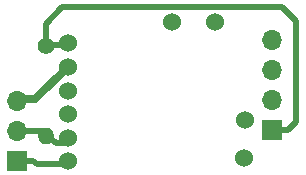
<source format=gbr>
G04 #@! TF.GenerationSoftware,KiCad,Pcbnew,(5.0.0-3-g5ebb6b6)*
G04 #@! TF.CreationDate,2018-09-02T20:20:17-06:00*
G04 #@! TF.ProjectId,Hak5-unify,48616B352D756E6966792E6B69636164,rev?*
G04 #@! TF.SameCoordinates,Original*
G04 #@! TF.FileFunction,Copper,L1,Top,Signal*
G04 #@! TF.FilePolarity,Positive*
%FSLAX46Y46*%
G04 Gerber Fmt 4.6, Leading zero omitted, Abs format (unit mm)*
G04 Created by KiCad (PCBNEW (5.0.0-3-g5ebb6b6)) date Sunday, September 02, 2018 at 08:20:17 PM*
%MOMM*%
%LPD*%
G01*
G04 APERTURE LIST*
G04 #@! TA.AperFunction,ComponentPad*
%ADD10C,1.524000*%
G04 #@! TD*
G04 #@! TA.AperFunction,ComponentPad*
%ADD11R,1.700000X1.700000*%
G04 #@! TD*
G04 #@! TA.AperFunction,ComponentPad*
%ADD12O,1.700000X1.700000*%
G04 #@! TD*
G04 #@! TA.AperFunction,ComponentPad*
%ADD13C,1.400000*%
G04 #@! TD*
G04 #@! TA.AperFunction,ComponentPad*
%ADD14O,1.400000X1.400000*%
G04 #@! TD*
G04 #@! TA.AperFunction,Conductor*
%ADD15C,0.500000*%
G04 #@! TD*
G04 #@! TA.AperFunction,Conductor*
%ADD16C,0.650000*%
G04 #@! TD*
G04 APERTURE END LIST*
D10*
G04 #@! TO.P,U1,9*
G04 #@! TO.N,Net-(SW1-Pad2)*
X118300000Y-84450000D03*
G04 #@! TO.P,U1,10*
G04 #@! TO.N,Net-(SW1-Pad1)*
X114700000Y-84450000D03*
G04 #@! TO.P,U1,8*
G04 #@! TO.N,Net-(U1-Pad8)*
X120900000Y-92750000D03*
G04 #@! TO.P,U1,7*
G04 #@! TO.N,Net-(U1-Pad7)*
X120800000Y-95950000D03*
G04 #@! TO.P,U1,6*
G04 #@! TO.N,+5V*
X105850000Y-96250000D03*
G04 #@! TO.P,U1,5*
G04 #@! TO.N,GND*
X105850000Y-94250000D03*
G04 #@! TO.P,U1,4*
G04 #@! TO.N,Net-(U1-Pad4)*
X105850000Y-92250000D03*
G04 #@! TO.P,U1,3*
G04 #@! TO.N,Net-(U1-Pad3)*
X105850000Y-90250000D03*
G04 #@! TO.P,U1,2*
G04 #@! TO.N,Net-(J2-Pad3)*
X105850000Y-88250000D03*
G04 #@! TO.P,U1,1*
G04 #@! TO.N,TX*
X105850000Y-86250000D03*
G04 #@! TD*
D11*
G04 #@! TO.P,J2,1*
G04 #@! TO.N,+5V*
X101600000Y-96200000D03*
D12*
G04 #@! TO.P,J2,2*
G04 #@! TO.N,GND*
X101600000Y-93660000D03*
G04 #@! TO.P,J2,3*
G04 #@! TO.N,Net-(J2-Pad3)*
X101600000Y-91120000D03*
G04 #@! TD*
D11*
G04 #@! TO.P,J1,1*
G04 #@! TO.N,TX*
X123200000Y-93600000D03*
D12*
G04 #@! TO.P,J1,2*
G04 #@! TO.N,RX*
X123200000Y-91060000D03*
G04 #@! TO.P,J1,3*
G04 #@! TO.N,Net-(J1-Pad3)*
X123200000Y-88520000D03*
G04 #@! TO.P,J1,4*
G04 #@! TO.N,Net-(J1-Pad4)*
X123200000Y-85980000D03*
G04 #@! TD*
D13*
G04 #@! TO.P,R1,1*
G04 #@! TO.N,TX*
X104000000Y-86500000D03*
D14*
G04 #@! TO.P,R1,2*
G04 #@! TO.N,GND*
X104000000Y-94120000D03*
G04 #@! TD*
D15*
G04 #@! TO.N,GND*
X103820000Y-93660000D02*
X104140000Y-93980000D01*
X101600000Y-93660000D02*
X103820000Y-93660000D01*
X104839999Y-94679999D02*
X105949990Y-94679999D01*
X104140000Y-93980000D02*
X104839999Y-94679999D01*
G04 #@! TO.N,+5V*
X103250000Y-96500000D02*
X105949990Y-96500000D01*
X102950000Y-96200000D02*
X103250000Y-96500000D01*
X101600000Y-96200000D02*
X102950000Y-96200000D01*
G04 #@! TO.N,TX*
X104140000Y-86360000D02*
X105949990Y-86360000D01*
X124550000Y-93600000D02*
X125200000Y-92950000D01*
X123200000Y-93600000D02*
X124550000Y-93600000D01*
X125200000Y-92950000D02*
X125200000Y-84400000D01*
X125200000Y-84400000D02*
X124000000Y-83200000D01*
X124000000Y-83200000D02*
X105400000Y-83200000D01*
X104000000Y-84600000D02*
X104000000Y-86500000D01*
X105400000Y-83200000D02*
X104000000Y-84600000D01*
D16*
G04 #@! TO.N,Net-(J2-Pad3)*
X103100000Y-91000000D02*
X105874990Y-88225010D01*
X101600000Y-91000000D02*
X103100000Y-91000000D01*
G04 #@! TD*
M02*

</source>
